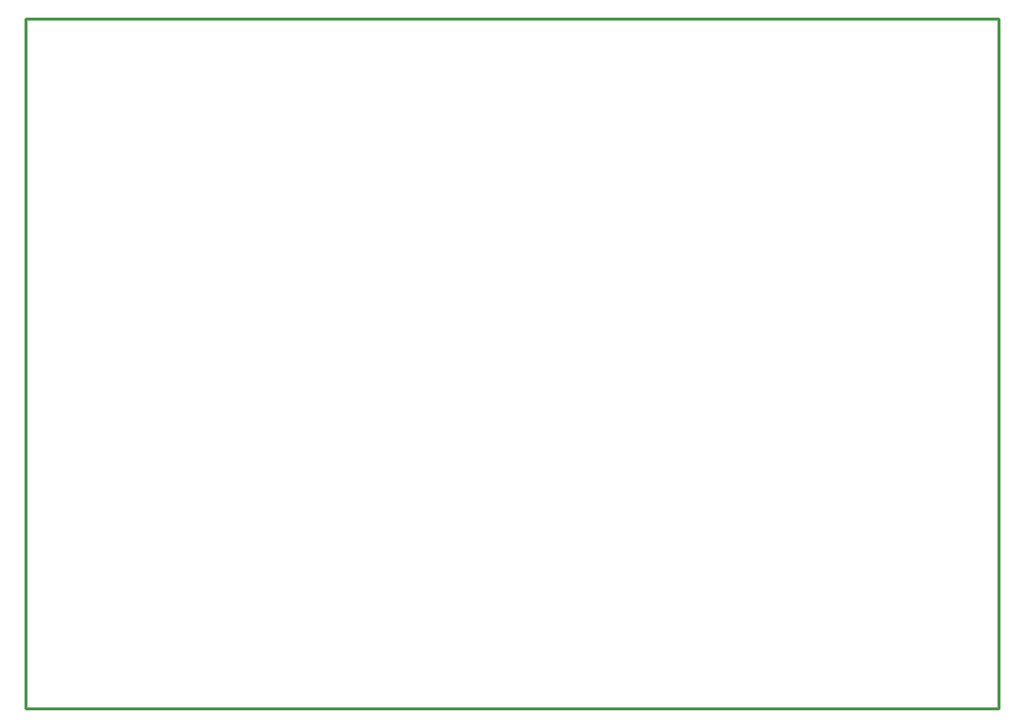
<source format=gbr>
%TF.GenerationSoftware,KiCad,Pcbnew,5.1.6-c6e7f7d~87~ubuntu18.04.1*%
%TF.CreationDate,2021-01-22T16:26:39+02:00*%
%TF.ProjectId,STMP1-OLinuXino_Rev_B,53544d50-312d-44f4-9c69-6e7558696e6f,B*%
%TF.SameCoordinates,Original*%
%TF.FileFunction,Profile,NP*%
%FSLAX46Y46*%
G04 Gerber Fmt 4.6, Leading zero omitted, Abs format (unit mm)*
G04 Created by KiCad (PCBNEW 5.1.6-c6e7f7d~87~ubuntu18.04.1) date 2021-01-22 16:26:39*
%MOMM*%
%LPD*%
G01*
G04 APERTURE LIST*
%TA.AperFunction,Profile*%
%ADD10C,0.254000*%
%TD*%
G04 APERTURE END LIST*
D10*
%TO.C,LIME2_PLATFORM1*%
X101600000Y-101600000D02*
X185560000Y-101600000D01*
X185560000Y-101600000D02*
X185560000Y-41990000D01*
X185560000Y-41990000D02*
X101600000Y-41990000D01*
X101600000Y-41990000D02*
X101600000Y-101600000D01*
%TD*%
M02*

</source>
